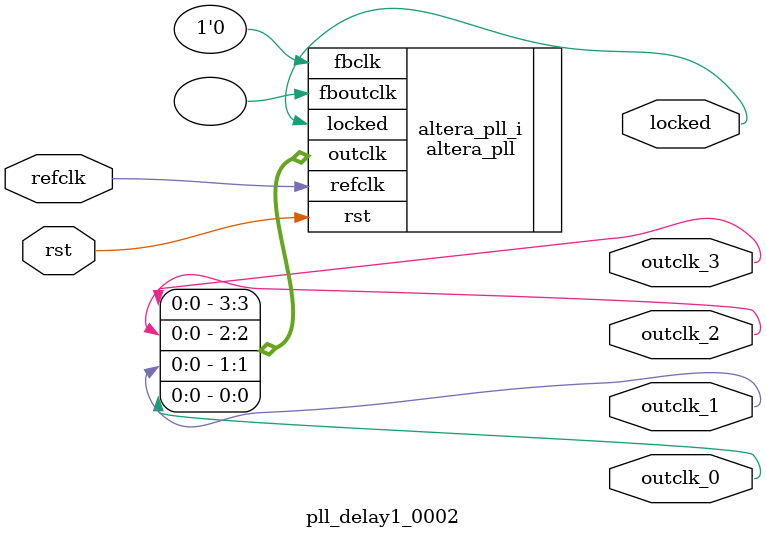
<source format=v>
`timescale 1ns/10ps
module  pll_delay1_0002(

	// interface 'refclk'
	input wire refclk,

	// interface 'reset'
	input wire rst,

	// interface 'outclk0'
	output wire outclk_0,

	// interface 'outclk1'
	output wire outclk_1,

	// interface 'outclk2'
	output wire outclk_2,

	// interface 'outclk3'
	output wire outclk_3,

	// interface 'locked'
	output wire locked
);

	altera_pll #(
		.fractional_vco_multiplier("false"),
		.reference_clock_frequency("100.0 MHz"),
		.operation_mode("direct"),
		.number_of_clocks(4),
		.output_clock_frequency0("100.000000 MHz"),
		.phase_shift0("0 ps"),
		.duty_cycle0(50),
		.output_clock_frequency1("100.000000 MHz"),
		.phase_shift1("1250 ps"),
		.duty_cycle1(50),
		.output_clock_frequency2("100.000000 MHz"),
		.phase_shift2("2500 ps"),
		.duty_cycle2(50),
		.output_clock_frequency3("100.000000 MHz"),
		.phase_shift3("5000 ps"),
		.duty_cycle3(50),
		.output_clock_frequency4("0 MHz"),
		.phase_shift4("0 ps"),
		.duty_cycle4(50),
		.output_clock_frequency5("0 MHz"),
		.phase_shift5("0 ps"),
		.duty_cycle5(50),
		.output_clock_frequency6("0 MHz"),
		.phase_shift6("0 ps"),
		.duty_cycle6(50),
		.output_clock_frequency7("0 MHz"),
		.phase_shift7("0 ps"),
		.duty_cycle7(50),
		.output_clock_frequency8("0 MHz"),
		.phase_shift8("0 ps"),
		.duty_cycle8(50),
		.output_clock_frequency9("0 MHz"),
		.phase_shift9("0 ps"),
		.duty_cycle9(50),
		.output_clock_frequency10("0 MHz"),
		.phase_shift10("0 ps"),
		.duty_cycle10(50),
		.output_clock_frequency11("0 MHz"),
		.phase_shift11("0 ps"),
		.duty_cycle11(50),
		.output_clock_frequency12("0 MHz"),
		.phase_shift12("0 ps"),
		.duty_cycle12(50),
		.output_clock_frequency13("0 MHz"),
		.phase_shift13("0 ps"),
		.duty_cycle13(50),
		.output_clock_frequency14("0 MHz"),
		.phase_shift14("0 ps"),
		.duty_cycle14(50),
		.output_clock_frequency15("0 MHz"),
		.phase_shift15("0 ps"),
		.duty_cycle15(50),
		.output_clock_frequency16("0 MHz"),
		.phase_shift16("0 ps"),
		.duty_cycle16(50),
		.output_clock_frequency17("0 MHz"),
		.phase_shift17("0 ps"),
		.duty_cycle17(50),
		.pll_type("General"),
		.pll_subtype("General")
	) altera_pll_i (
		.rst	(rst),
		.outclk	({outclk_3, outclk_2, outclk_1, outclk_0}),
		.locked	(locked),
		.fboutclk	( ),
		.fbclk	(1'b0),
		.refclk	(refclk)
	);
endmodule


</source>
